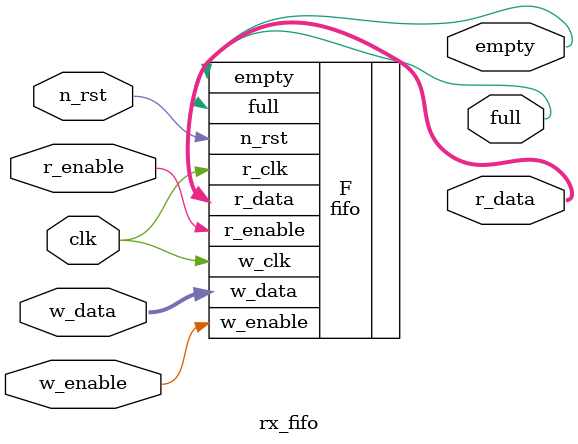
<source format=sv>

module rx_fifo
(
	input clk,
	input n_rst,
	input r_enable,
	input w_enable, 
	input [7:0] w_data,
	output logic [7:0] r_data,
	output logic empty,
	output logic full
);

	fifo F (.r_clk(clk), .w_clk(clk), .n_rst(n_rst), .r_enable(r_enable), 
			.w_enable(w_enable), .w_data(w_data), .r_data(r_data), 
			.empty(empty), .full(full));

endmodule

</source>
